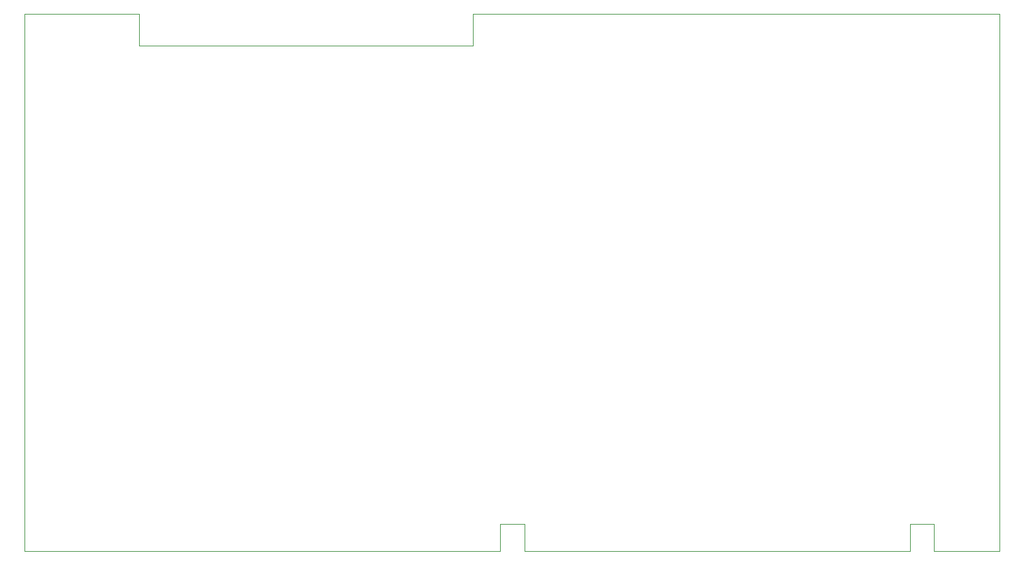
<source format=gm1>
G04 #@! TF.GenerationSoftware,KiCad,Pcbnew,(5.1.4-0-10_14)*
G04 #@! TF.CreationDate,2020-05-24T16:50:31+09:00*
G04 #@! TF.ProjectId,ossc_board,6f737363-5f62-46f6-9172-642e6b696361,rev?*
G04 #@! TF.SameCoordinates,Original*
G04 #@! TF.FileFunction,Profile,NP*
%FSLAX46Y46*%
G04 Gerber Fmt 4.6, Leading zero omitted, Abs format (unit mm)*
G04 Created by KiCad (PCBNEW (5.1.4-0-10_14)) date 2020-05-24 16:50:31*
%MOMM*%
%LPD*%
G04 APERTURE LIST*
%ADD10C,0.100000*%
G04 APERTURE END LIST*
D10*
X68165000Y-85764000D02*
X7368000Y-85764000D01*
X68165000Y-82250000D02*
X68165000Y-85764000D01*
X71244000Y-82250000D02*
X68165000Y-82250000D01*
X71244000Y-85764000D02*
X71244000Y-82250000D01*
X120491000Y-85764000D02*
X71244000Y-85764000D01*
X120491000Y-82248000D02*
X120491000Y-85764000D01*
X123550000Y-82248000D02*
X120491000Y-82248000D01*
X123550000Y-85764000D02*
X123550000Y-82248000D01*
X22022800Y-17018000D02*
X7368000Y-17018000D01*
X22022800Y-21055700D02*
X22022800Y-17018000D01*
X64678900Y-21055700D02*
X22022800Y-21055700D01*
X64678900Y-17017100D02*
X64678900Y-21055700D01*
X7368000Y-85764000D02*
X7368000Y-17018000D01*
X123550000Y-85764000D02*
X131934000Y-85764000D01*
X131934000Y-17018000D02*
X131934000Y-85764000D01*
X64678900Y-17018000D02*
X131934000Y-17018000D01*
M02*

</source>
